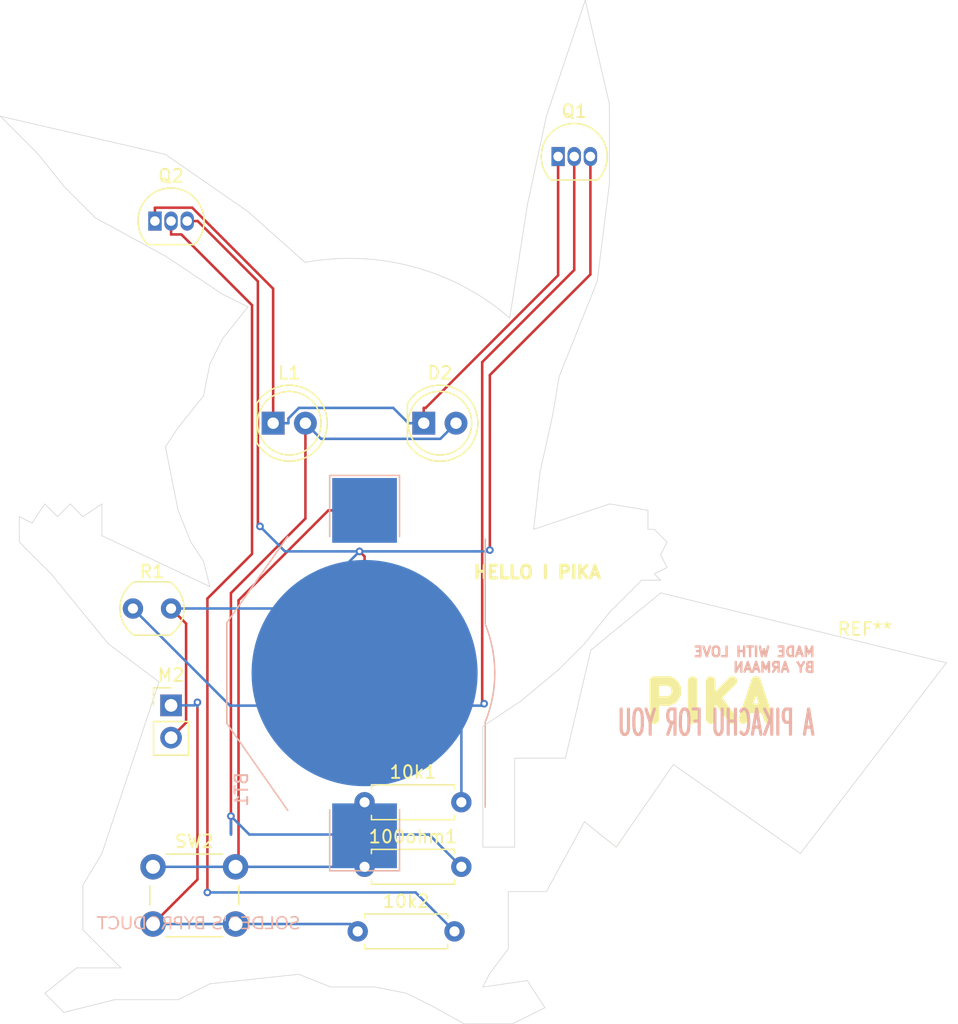
<source format=kicad_pcb>
(kicad_pcb (version 20241229) (generator "pcbnew") (generator_version "9.0")
  (layers (0 "F.Cu" signal) (2 "B.Cu" signal) (13 "F.Paste" user) (15 "B.Paste" user) (5 "F.SilkS" user "F.Silkscreen") (7 "B.SilkS" user "B.Silkscreen") (1 "F.Mask" user) (3 "B.Mask" user) (25 "Edge.Cuts" user))
  (net 0 "")
  (net 1 "Net-(BT1-+)")
  (net 2 "Net-(BT1--)")
  (net 3 "Net-(D2-K)")
  (net 4 "Net-(M2-+)")
  (net 5 "Net-(Q1-B)")
  (net 6 "Net-(Q2-B)")
  (net 7 "Net-(D2-A)")
  (footprint "Connector_PinHeader_2.54mm:PinHeader_1x02_P2.54mm_Vertical" (layer "F.Cu") (at 132.08 104.14)
    (property "Reference" "M2" (at 0 -2.38 0) (layer "F.SilkS"))
    (property "Value" "Motor")
    (fp_line (start -1.38 -1.38) (end 0 -1.38) (stroke (width 0.12)) (layer "F.SilkS"))
    (fp_line (start -1.38 0) (end -1.38 -1.38) (stroke (width 0.12)) (layer "F.SilkS"))
    (fp_line (start -1.38 1.27) (end -1.38 3.92) (stroke (width 0.12)) (layer "F.SilkS"))
    (fp_line (start -1.38 1.27) (end 1.38 1.27) (stroke (width 0.12)) (layer "F.SilkS"))
    (fp_line (start -1.38 3.92) (end 1.38 3.92) (stroke (width 0.12)) (layer "F.SilkS"))
    (fp_line (start 1.38 1.27) (end 1.38 3.92) (stroke (width 0.12)) (layer "F.SilkS"))
    (pad "1" thru_hole rect (at 0 0) (size 1.7 1.7) (drill 1) (layers "*.Cu" "*.Mask") (net 4 "Net-(M2-+)"))
    (pad "2" thru_hole circle (at 0 2.54) (size 1.7 1.7) (drill 1) (layers "*.Cu" "*.Mask") (net 2 "Net-(BT1--)"))
  )
  (footprint "MountingHole:MountingHole_4mm" (layer "F.Cu") (at 186.7154 103.0929)
    (property "Reference" "REF**" (at 0 -4.95 0) (layer "F.SilkS"))
    (property "Value" "MountingHole_4mm")
    (pad "" np_thru_hole circle (at 0 0) (size 4 4) (drill 4) (layers "*.Cu" "*.Mask"))
  )
  (footprint "LED_THT:LED_D5.0mm" (layer "F.Cu") (at 140.12 81.94)
    (property "Reference" "L1" (at 1.27 -3.96 0) (layer "F.SilkS"))
    (property "Value" "LED")
    (fp_line (start -1.29 -1.545) (end -1.29 1.545) (stroke (width 0.12)) (layer "F.SilkS"))
    (fp_arc (start -1.29 -1.54483) (mid 2.071779 -2.880495) (end 4.26 0) (stroke (width 0.12)) (layer "F.SilkS"))
    (fp_arc (start 4.26 0) (mid 2.071779 2.880495) (end -1.29 1.54483) (stroke (width 0.12)) (layer "F.SilkS"))
    (fp_circle (center 1.27 0) (end 3.77 0) (stroke (width 0.12)) (fill no) (layer "F.SilkS"))
    (pad "1" thru_hole rect (at 0 0) (size 1.8 1.8) (drill 0.9) (layers "*.Cu" "*.Mask") (net 3 "Net-(D2-K)"))
    (pad "2" thru_hole circle (at 2.54 0) (size 1.8 1.8) (drill 0.9) (layers "*.Cu" "*.Mask") (net 7 "Net-(D2-A)"))
  )
  (footprint "Resistor_THT:R_Axial_DIN0207_L6.3mm_D2.5mm_P7.62mm_Horizontal" (layer "F.Cu") (at 147.32 116.84)
    (property "Reference" "100ohm1" (at 3.81 -2.37 0) (layer "F.SilkS"))
    (property "Value" "R1")
    (fp_line (start 0.54 -1.37) (end 7.08 -1.37) (stroke (width 0.12)) (layer "F.SilkS"))
    (fp_line (start 0.54 -1.04) (end 0.54 -1.37) (stroke (width 0.12)) (layer "F.SilkS"))
    (fp_line (start 0.54 1.04) (end 0.54 1.37) (stroke (width 0.12)) (layer "F.SilkS"))
    (fp_line (start 0.54 1.37) (end 7.08 1.37) (stroke (width 0.12)) (layer "F.SilkS"))
    (fp_line (start 7.08 -1.37) (end 7.08 -1.04) (stroke (width 0.12)) (layer "F.SilkS"))
    (fp_line (start 7.08 1.37) (end 7.08 1.04) (stroke (width 0.12)) (layer "F.SilkS"))
    (pad "1" thru_hole circle (at 0 0) (size 1.6 1.6) (drill 0.8) (layers "*.Cu" "*.Mask") (net 1 "Net-(BT1-+)"))
    (pad "2" thru_hole circle (at 7.62 0) (size 1.6 1.6) (drill 0.8) (layers "*.Cu" "*.Mask") (net 7 "Net-(D2-A)"))
  )
  (footprint "Package_TO_SOT_THT:TO-92_Inline" (layer "F.Cu") (at 130.81 66.04)
    (property "Reference" "Q2" (at 1.27 -3.56 0) (layer "F.SilkS"))
    (property "Value" "BC547")
    (fp_line (start -0.53 1.85) (end 3.07 1.85) (stroke (width 0.12)) (layer "F.SilkS"))
    (fp_arc (start -0.568478 1.838478) (mid -1.132087 -0.994977) (end 1.27 -2.6) (stroke (width 0.12)) (layer "F.SilkS"))
    (fp_arc (start 1.27 -2.6) (mid 3.672087 -0.994977) (end 3.108478 1.838478) (stroke (width 0.12)) (layer "F.SilkS"))
    (pad "1" thru_hole rect (at 0 0) (size 1.05 1.5) (drill 0.75) (layers "*.Cu" "*.Mask") (net 3 "Net-(D2-K)"))
    (pad "2" thru_hole oval (at 1.27 0) (size 1.05 1.5) (drill 0.75) (layers "*.Cu" "*.Mask") (net 6 "Net-(Q2-B)"))
    (pad "3" thru_hole oval (at 2.54 0) (size 1.05 1.5) (drill 0.75) (layers "*.Cu" "*.Mask") (net 2 "Net-(BT1--)"))
  )
  (footprint "Resistor_THT:R_Axial_DIN0207_L6.3mm_D2.5mm_P7.62mm_Horizontal" (layer "F.Cu") (at 147.32 111.76)
    (property "Reference" "10k1" (at 3.81 -2.37 0) (layer "F.SilkS"))
    (property "Value" "R1")
    (fp_line (start 0.54 -1.37) (end 7.08 -1.37) (stroke (width 0.12)) (layer "F.SilkS"))
    (fp_line (start 0.54 -1.04) (end 0.54 -1.37) (stroke (width 0.12)) (layer "F.SilkS"))
    (fp_line (start 0.54 1.04) (end 0.54 1.37) (stroke (width 0.12)) (layer "F.SilkS"))
    (fp_line (start 0.54 1.37) (end 7.08 1.37) (stroke (width 0.12)) (layer "F.SilkS"))
    (fp_line (start 7.08 -1.37) (end 7.08 -1.04) (stroke (width 0.12)) (layer "F.SilkS"))
    (fp_line (start 7.08 1.37) (end 7.08 1.04) (stroke (width 0.12)) (layer "F.SilkS"))
    (pad "1" thru_hole circle (at 0 0) (size 1.6 1.6) (drill 0.8) (layers "*.Cu" "*.Mask") (net 1 "Net-(BT1-+)"))
    (pad "2" thru_hole circle (at 7.62 0) (size 1.6 1.6) (drill 0.8) (layers "*.Cu" "*.Mask") (net 5 "Net-(Q1-B)"))
  )
  (footprint "Package_TO_SOT_THT:TO-92_Inline" (layer "F.Cu") (at 162.56 60.96)
    (property "Reference" "Q1" (at 1.27 -3.56 0) (layer "F.SilkS"))
    (property "Value" "BC547")
    (fp_line (start -0.53 1.85) (end 3.07 1.85) (stroke (width 0.12)) (layer "F.SilkS"))
    (fp_arc (start -0.568478 1.838478) (mid -1.132087 -0.994977) (end 1.27 -2.6) (stroke (width 0.12)) (layer "F.SilkS"))
    (fp_arc (start 1.27 -2.6) (mid 3.672087 -0.994977) (end 3.108478 1.838478) (stroke (width 0.12)) (layer "F.SilkS"))
    (pad "1" thru_hole rect (at 0 0) (size 1.05 1.5) (drill 0.75) (layers "*.Cu" "*.Mask") (net 3 "Net-(D2-K)"))
    (pad "2" thru_hole oval (at 1.27 0) (size 1.05 1.5) (drill 0.75) (layers "*.Cu" "*.Mask") (net 5 "Net-(Q1-B)"))
    (pad "3" thru_hole oval (at 2.54 0) (size 1.05 1.5) (drill 0.75) (layers "*.Cu" "*.Mask") (net 2 "Net-(BT1--)"))
  )
  (footprint "Button_Switch_THT:SW_PUSH_6mm_H5mm" (layer "F.Cu") (at 130.66 116.84)
    (property "Reference" "SW2" (at 3.25 -2 0) (layer "F.SilkS"))
    (property "Value" "SW_Push")
    (fp_line (start -0.25 1.5) (end -0.25 3) (stroke (width 0.12)) (layer "F.SilkS"))
    (fp_line (start 1 5.5) (end 5.5 5.5) (stroke (width 0.12)) (layer "F.SilkS"))
    (fp_line (start 5.5 -1) (end 1 -1) (stroke (width 0.12)) (layer "F.SilkS"))
    (fp_line (start 6.75 3) (end 6.75 1.5) (stroke (width 0.12)) (layer "F.SilkS"))
    (pad "1" thru_hole circle (at 0 0 90) (size 2 2) (drill 1.1) (layers "*.Cu" "*.Mask") (net 1 "Net-(BT1-+)"))
    (pad "1" thru_hole circle (at 6.5 0 90) (size 2 2) (drill 1.1) (layers "*.Cu" "*.Mask") (net 1 "Net-(BT1-+)"))
    (pad "2" thru_hole circle (at 0 4.5 90) (size 2 2) (drill 1.1) (layers "*.Cu" "*.Mask") (net 4 "Net-(M2-+)"))
    (pad "2" thru_hole circle (at 6.5 4.5 90) (size 2 2) (drill 1.1) (layers "*.Cu" "*.Mask") (net 4 "Net-(M2-+)"))
  )
  (footprint "OptoDevice:R_LDR_5.0x4.1mm_P3mm_Vertical" (layer "F.Cu") (at 129.08 96.52)
    (property "Reference" "R1" (at 1.5 -2.9 0) (layer "F.SilkS"))
    (property "Value" "LDR")
    (fp_line (start 0.1 -2.1) (end 2.9 -2.1) (stroke (width 0.12)) (layer "F.SilkS"))
    (fp_line (start 0.1 2.1) (end 2.9 2.1) (stroke (width 0.12)) (layer "F.SilkS"))
    (fp_arc (start 0.1 2.1) (mid -1.023872 -0.008372) (end 0.113963 -2.109242) (stroke (width 0.12)) (layer "F.SilkS"))
    (fp_arc (start 2.9 -2.1) (mid 4.023872 0.008372) (end 2.886037 2.109242) (stroke (width 0.12)) (layer "F.SilkS"))
    (pad "1" thru_hole circle (at 0 0) (size 1.6 1.6) (drill 0.8) (layers "*.Cu" "*.Mask") (net 5 "Net-(Q1-B)"))
    (pad "2" thru_hole circle (at 3 0) (size 1.6 1.6) (drill 0.8) (layers "*.Cu" "*.Mask") (net 2 "Net-(BT1--)"))
  )
  (footprint "Resistor_THT:R_Axial_DIN0207_L6.3mm_D2.5mm_P7.62mm_Horizontal" (layer "F.Cu") (at 146.78 121.92)
    (property "Reference" "10k2" (at 3.81 -2.37 0) (layer "F.SilkS"))
    (property "Value" "R1")
    (fp_line (start 0.54 -1.37) (end 7.08 -1.37) (stroke (width 0.12)) (layer "F.SilkS"))
    (fp_line (start 0.54 -1.04) (end 0.54 -1.37) (stroke (width 0.12)) (layer "F.SilkS"))
    (fp_line (start 0.54 1.04) (end 0.54 1.37) (stroke (width 0.12)) (layer "F.SilkS"))
    (fp_line (start 0.54 1.37) (end 7.08 1.37) (stroke (width 0.12)) (layer "F.SilkS"))
    (fp_line (start 7.08 -1.37) (end 7.08 -1.04) (stroke (width 0.12)) (layer "F.SilkS"))
    (fp_line (start 7.08 1.37) (end 7.08 1.04) (stroke (width 0.12)) (layer "F.SilkS"))
    (pad "1" thru_hole circle (at 0 0) (size 1.6 1.6) (drill 0.8) (layers "*.Cu" "*.Mask") (net 4 "Net-(M2-+)"))
    (pad "2" thru_hole circle (at 7.62 0) (size 1.6 1.6) (drill 0.8) (layers "*.Cu" "*.Mask") (net 6 "Net-(Q2-B)"))
  )
  (footprint "LED_THT:LED_D5.0mm" (layer "F.Cu") (at 151.98 81.94)
    (property "Reference" "D2" (at 1.27 -3.96 0) (layer "F.SilkS"))
    (property "Value" "L2")
    (fp_line (start -1.29 -1.545) (end -1.29 1.545) (stroke (width 0.12)) (layer "F.SilkS"))
    (fp_arc (start -1.29 -1.54483) (mid 2.071779 -2.880495) (end 4.26 0) (stroke (width 0.12)) (layer "F.SilkS"))
    (fp_arc (start 4.26 0) (mid 2.071779 2.880495) (end -1.29 1.54483) (stroke (width 0.12)) (layer "F.SilkS"))
    (fp_circle (center 1.27 0) (end 3.77 0) (stroke (width 0.12)) (fill no) (layer "F.SilkS"))
    (pad "1" thru_hole rect (at 0 0) (size 1.8 1.8) (drill 0.9) (layers "*.Cu" "*.Mask") (net 3 "Net-(D2-K)"))
    (pad "2" thru_hole circle (at 2.54 0) (size 1.8 1.8) (drill 0.9) (layers "*.Cu" "*.Mask") (net 7 "Net-(D2-A)"))
  )
  (footprint "Battery:BatteryHolder_Keystone_3002_1x2032" (layer "B.Cu") (at 147.32 101.6 90)
    (property "Reference" "BT1" (at -9.15 -9.7 90) (layer "B.SilkS") (effects (justify mirror)))
    (property "Value" "Battery_Cell")
    (fp_line (start 3.95 -10.85) (end 10.75 -6.05) (stroke (width 0.12)) (layer "B.SilkS"))
    (fp_line (start -3.95 -10.85) (end 3.95 -10.85) (stroke (width 0.12)) (layer "B.SilkS"))
    (fp_line (start -10.8 -6.05) (end -3.95 -10.85) (stroke (width 0.12)) (layer "B.SilkS"))
    (fp_line (start 15.55 -2.75) (end 15.55 2.75) (stroke (width 0.12)) (layer "B.SilkS"))
    (fp_line (start 10.75 -2.75) (end 15.55 -2.75) (stroke (width 0.12)) (layer "B.SilkS"))
    (fp_line (start -15.55 -2.75) (end -10.75 -2.75) (stroke (width 0.12)) (layer "B.SilkS"))
    (fp_line (start 15.55 2.75) (end 10.75 2.75) (stroke (width 0.12)) (layer "B.SilkS"))
    (fp_line (start -10.75 2.75) (end -15.55 2.75) (stroke (width 0.12)) (layer "B.SilkS"))
    (fp_line (start -15.55 2.75) (end -15.55 -2.75) (stroke (width 0.12)) (layer "B.SilkS"))
    (fp_line (start 10.55 9.5) (end 3.85 9.5) (stroke (width 0.12)) (layer "B.SilkS"))
    (fp_line (start -10.55 9.5) (end -3.85 9.5) (stroke (width 0.12)) (layer "B.SilkS"))
    (fp_arc (start 3.85 9.5) (mid 0.00195 10.250488) (end -3.846385 9.501464) (stroke (width 0.12)) (layer "B.SilkS"))
    (pad "1" smd rect (at -12.8 0 90) (size 5.1 5.1) (layers "B.Cu" "B.Mask" "B.Paste") (net 1 "Net-(BT1-+)"))
    (pad "1" smd rect (at 12.8 0 90) (size 5.1 5.1) (layers "B.Cu" "B.Mask" "B.Paste") (net 1 "Net-(BT1-+)"))
    (pad "2" smd circle (at 0 0 90) (size 17.8 17.8) (layers "B.Cu" "B.Mask") (net 2 "Net-(BT1--)"))
  )
  (gr_line (start 120.135416 91.292917) (end 120.135416 89.292917) (stroke (width 0.05)) (layer "Edge.Cuts"))
  (gr_line (start 150.635416 126.792917) (end 148.135416 126.292917) (stroke (width 0.05)) (layer "Edge.Cuts"))
  (gr_line (start 122.635416 93.792917) (end 120.135416 91.292917) (stroke (width 0.05)) (layer "Edge.Cuts"))
  (gr_line (start 131.635416 68.792917) (end 126.135416 65.792917) (stroke (width 0.05)) (layer "Edge.Cuts"))
  (gr_line (start 171.135416 91.292917) (end 170.635416 92.292917) (stroke (width 0.05)) (layer "Edge.Cuts"))
  (gr_line (start 166.635416 88.292917) (end 169.635416 88.792917) (stroke (width 0.05)) (layer "Edge.Cuts"))
  (gr_line (start 156.635416 109.792917) (end 156.635416 115.292917) (stroke (width 0.05)) (layer "Edge.Cuts"))
  (gr_line (start 170.635416 92.292917) (end 171.135416 93.292917) (stroke (width 0.05)) (layer "Edge.Cuts"))
  (gr_line (start 122.135416 126.792917) (end 124.635416 124.792917) (stroke (width 0.05)) (layer "Edge.Cuts"))
  (gr_line (start 166.595416 63.112917) (end 166.595416 56.802917) (stroke (width 0.05)) (layer "Edge.Cuts"))
  (gr_line (start 134.635416 79.792917) (end 135.135416 77.292917) (stroke (width 0.05)) (layer "Edge.Cuts"))
  (gr_line (start 170.135416 93.792917) (end 170.635416 94.292917) (stroke (width 0.05)) (layer "Edge.Cuts"))
  (gr_line (start 158.635416 123.292917) (end 157.135416 125.292917) (stroke (width 0.05)) (layer "Edge.Cuts"))
  (gr_arc (start 142.635416 69.292917) (mid 151.188807 69.645847) (end 158.75 73.66) (stroke (width 0.05)) (layer "Edge.Cuts"))
  (gr_line (start 131.635416 60.792917) (end 138.135416 65.292917) (stroke (width 0.05)) (layer "Edge.Cuts"))
  (gr_line (start 152.635416 127.792917) (end 155.165416 129.192917) (stroke (width 0.05)) (layer "Edge.Cuts"))
  (gr_line (start 136.135416 75.292917) (end 135.135416 77.292917) (stroke (width 0.05)) (layer "Edge.Cuts"))
  (gr_line (start 159.135416 108.292917) (end 163.135416 108.292917) (stroke (width 0.05)) (layer "Edge.Cuts"))
  (gr_line (start 131.135416 102.292917) (end 127.135416 99.292917) (stroke (width 0.05)) (layer "Edge.Cuts"))
  (gr_line (start 135.135416 126.042917) (end 132.635416 127.292917) (stroke (width 0.05)) (layer "Edge.Cuts"))
  (gr_line (start 159.135416 115.292917) (end 159.135416 108.292917) (stroke (width 0.05)) (layer "Edge.Cuts"))
  (gr_line (start 132.635416 82.292917) (end 134.635416 79.792917) (stroke (width 0.05)) (layer "Edge.Cuts"))
  (gr_line (start 171.635416 108.792917) (end 167.135416 115.292917) (stroke (width 0.05)) (layer "Edge.Cuts"))
  (gr_line (start 118.635416 57.792917) (end 131.635416 60.792917) (stroke (width 0.05)) (layer "Edge.Cuts"))
  (gr_line (start 126.635416 88.292917) (end 126.635416 90.792917) (stroke (width 0.05)) (layer "Edge.Cuts"))
  (gr_line (start 161.135416 85.792917) (end 160.635416 90.292917) (stroke (width 0.05)) (layer "Edge.Cuts"))
  (gr_line (start 125.135416 121.792917) (end 125.135416 118.292917) (stroke (width 0.05)) (layer "Edge.Cuts"))
  (gr_line (start 124.635416 124.792917) (end 128.135416 124.792917) (stroke (width 0.05)) (layer "Edge.Cuts"))
  (gr_line (start 163.135416 108.292917) (end 165.135416 99.792917) (stroke (width 0.05)) (layer "Edge.Cuts"))
  (gr_line (start 165.635416 70.792917) (end 162.635416 78.292917) (stroke (width 0.05)) (layer "Edge.Cuts"))
  (gr_line (start 156.635416 105.792917) (end 156.635416 109.792917) (stroke (width 0.05)) (layer "Edge.Cuts"))
  (gr_line (start 126.635416 90.792917) (end 135.135416 94.792917) (stroke (width 0.05)) (layer "Edge.Cuts"))
  (gr_line (start 157.135416 125.292917) (end 156.635416 126.292917) (stroke (width 0.05)) (layer "Edge.Cuts"))
  (gr_line (start 123.135416 89.292917) (end 124.135416 88.292917) (stroke (width 0.05)) (layer "Edge.Cuts"))
  (gr_line (start 167.135416 115.292917) (end 164.635416 113.292917) (stroke (width 0.05)) (layer "Edge.Cuts"))
  (gr_line (start 161.635416 57.792917) (end 164.695416 48.672917) (stroke (width 0.05)) (layer "Edge.Cuts"))
  (gr_line (start 162.635416 101.292917) (end 159.635416 103.792917) (stroke (width 0.05)) (layer "Edge.Cuts"))
  (gr_line (start 166.635416 96.792917) (end 164.635416 99.292917) (stroke (width 0.05)) (layer "Edge.Cuts"))
  (gr_line (start 159.635416 103.792917) (end 156.635416 105.792917) (stroke (width 0.05)) (layer "Edge.Cuts"))
  (gr_line (start 123.635416 63.292917) (end 121.635416 60.792917) (stroke (width 0.05)) (layer "Edge.Cuts"))
  (gr_line (start 158.635416 118.792917) (end 158.635416 123.292917) (stroke (width 0.05)) (layer "Edge.Cuts"))
  (gr_line (start 121.135416 89.792917) (end 122.135416 88.292917) (stroke (width 0.05)) (layer "Edge.Cuts"))
  (gr_line (start 126.135416 65.792917) (end 123.635416 63.292917) (stroke (width 0.05)) (layer "Edge.Cuts"))
  (gr_line (start 160.135416 125.792917) (end 161.515416 127.922917) (stroke (width 0.05)) (layer "Edge.Cuts"))
  (gr_line (start 156.635416 126.292917) (end 160.135416 125.792917) (stroke (width 0.05)) (layer "Edge.Cuts"))
  (gr_line (start 169.135416 94.292917) (end 166.635416 96.792917) (stroke (width 0.05)) (layer "Edge.Cuts"))
  (gr_line (start 136.108044 71.779231) (end 131.635416 68.792917) (stroke (width 0.05)) (layer "Edge.Cuts"))
  (gr_line (start 160.135416 64.792917) (end 158.75 73.66) (stroke (width 0.05)) (layer "Edge.Cuts"))
  (gr_line (start 132.635416 88.792917) (end 133.635416 91.292917) (stroke (width 0.05)) (layer "Edge.Cuts"))
  (gr_line (start 165.135416 99.792917) (end 170.635416 95.292917) (stroke (width 0.05)) (layer "Edge.Cuts"))
  (gr_line (start 123.635416 128.292917) (end 122.135416 126.792917) (stroke (width 0.05)) (layer "Edge.Cuts"))
  (gr_line (start 170.635416 94.292917) (end 169.135416 94.292917) (stroke (width 0.05)) (layer "Edge.Cuts"))
  (gr_line (start 162.635416 78.292917) (end 162.135416 81.292917) (stroke (width 0.05)) (layer "Edge.Cuts"))
  (gr_line (start 127.135416 99.292917) (end 122.635416 93.792917) (stroke (width 0.05)) (layer "Edge.Cuts"))
  (gr_line (start 128.135416 124.792917) (end 125.135416 121.792917) (stroke (width 0.05)) (layer "Edge.Cuts"))
  (gr_line (start 171.135416 93.292917) (end 170.135416 93.792917) (stroke (width 0.05)) (layer "Edge.Cuts"))
  (gr_line (start 161.635416 118.792917) (end 158.635416 118.792917) (stroke (width 0.05)) (layer "Edge.Cuts"))
  (gr_line (start 162.135416 81.292917) (end 161.135416 85.792917) (stroke (width 0.05)) (layer "Edge.Cuts"))
  (gr_line (start 122.135416 88.292917) (end 123.135416 89.292917) (stroke (width 0.05)) (layer "Edge.Cuts"))
  (gr_line (start 161.515416 127.922917) (end 158.975416 129.192917) (stroke (width 0.05)) (layer "Edge.Cuts"))
  (gr_line (start 133.635416 91.292917) (end 134.635416 92.792917) (stroke (width 0.05)) (layer "Edge.Cuts"))
  (gr_line (start 158.975416 129.192917) (end 155.165416 129.192917) (stroke (width 0.05)) (layer "Edge.Cuts"))
  (gr_line (start 121.635416 60.792917) (end 118.635416 57.792917) (stroke (width 0.05)) (layer "Edge.Cuts"))
  (gr_line (start 148.135416 126.292917) (end 144.635416 126.292917) (stroke (width 0.05)) (layer "Edge.Cuts"))
  (gr_line (start 170.135416 90.292917) (end 171.135416 91.292917) (stroke (width 0.05)) (layer "Edge.Cuts"))
  (gr_line (start 125.135416 89.292917) (end 126.635416 88.292917) (stroke (width 0.05)) (layer "Edge.Cuts"))
  (gr_line (start 144.635416 126.292917) (end 142.135416 125.292917) (stroke (width 0.05)) (layer "Edge.Cuts"))
  (gr_line (start 156.635416 115.292917) (end 159.135416 115.292917) (stroke (width 0.05)) (layer "Edge.Cuts"))
  (gr_line (start 169.635416 88.792917) (end 169.635416 90.292917) (stroke (width 0.05)) (layer "Edge.Cuts"))
  (gr_line (start 165.635416 70.792917) (end 166.595416 63.112917) (stroke (width 0.05)) (layer "Edge.Cuts"))
  (gr_line (start 120.135416 89.292917) (end 121.135416 89.792917) (stroke (width 0.05)) (layer "Edge.Cuts"))
  (gr_line (start 130.635416 103.792917) (end 131.135416 102.292917) (stroke (width 0.05)) (layer "Edge.Cuts"))
  (gr_line (start 160.135416 64.792917) (end 161.635416 57.792917) (stroke (width 0.05)) (layer "Edge.Cuts"))
  (gr_line (start 160.635416 90.292917) (end 166.635416 88.292917) (stroke (width 0.05)) (layer "Edge.Cuts"))
  (gr_line (start 152.635416 127.792917) (end 150.635416 126.792917) (stroke (width 0.05)) (layer "Edge.Cuts"))
  (gr_line (start 126.635416 115.792917) (end 130.635416 103.792917) (stroke (width 0.05)) (layer "Edge.Cuts"))
  (gr_line (start 136.108044 71.779231) (end 138.135416 72.792917) (stroke (width 0.05)) (layer "Edge.Cuts"))
  (gr_line (start 181.635416 115.792917) (end 171.635416 108.792917) (stroke (width 0.05)) (layer "Edge.Cuts"))
  (gr_line (start 127.635416 127.292917) (end 123.635416 128.292917) (stroke (width 0.05)) (layer "Edge.Cuts"))
  (gr_line (start 132.635416 127.292917) (end 127.635416 127.292917) (stroke (width 0.05)) (layer "Edge.Cuts"))
  (gr_line (start 131.635416 83.792917) (end 132.635416 82.292917) (stroke (width 0.05)) (layer "Edge.Cuts"))
  (gr_line (start 142.135416 125.292917) (end 135.135416 126.042917) (stroke (width 0.05)) (layer "Edge.Cuts"))
  (gr_line (start 138.135416 65.292917) (end 142.635416 69.292918) (stroke (width 0.05)) (layer "Edge.Cuts"))
  (gr_line (start 169.635416 90.292917) (end 170.135416 90.292917) (stroke (width 0.05)) (layer "Edge.Cuts"))
  (gr_line (start 164.635416 113.292917) (end 161.635416 118.792917) (stroke (width 0.05)) (layer "Edge.Cuts"))
  (gr_line (start 164.695416 48.672917) (end 166.595416 56.802917) (stroke (width 0.05)) (layer "Edge.Cuts"))
  (gr_line (start 125.135416 118.292917) (end 126.635416 115.792917) (stroke (width 0.05)) (layer "Edge.Cuts"))
  (gr_line (start 136.135416 75.292917) (end 138.135416 72.792917) (stroke (width 0.05)) (layer "Edge.Cuts"))
  (gr_line (start 135.135416 94.792917) (end 134.635416 92.792917) (stroke (width 0.05)) (layer "Edge.Cuts"))
  (gr_line (start 131.635416 83.792917) (end 132.135416 86.292917) (stroke (width 0.05)) (layer "Edge.Cuts"))
  (gr_line (start 132.635416 88.792917) (end 132.135416 86.292917) (stroke (width 0.05)) (layer "Edge.Cuts"))
  (gr_line (start 124.135416 88.292917) (end 125.135416 89.292917) (stroke (width 0.05)) (layer "Edge.Cuts"))
  (gr_line (start 193.135416 100.792917) (end 181.635416 115.792917) (stroke (width 0.05)) (layer "Edge.Cuts"))
  (gr_line (start 164.635416 99.292917) (end 162.635416 101.292917) (stroke (width 0.05)) (layer "Edge.Cuts"))
  (gr_line (start 170.635416 95.292917) (end 193.135416 100.792917) (stroke (width 0.05)) (layer "Edge.Cuts"))
  (gr_text "PIKA " (at 168.935416 105.632917 0) (layer "F.SilkS") (effects (font (size 3 3) (thickness 0.75) (bold yes)) (justify left bottom)))
  (gr_text "HELLO I PIKA" (at 155.77 94.25 0) (layer "F.SilkS") (effects (font (size 1 1) (thickness 0.25) (bold yes)) (justify left bottom)))
  (gr_text "SOLDER'S BYPRODUCT" (at 142.24 121.92 0) (layer "B.SilkS") (effects (font (size 1 1) (thickness 0.1)) (justify left bottom mirror)))
  (gr_text "MADE WITH LOVE \nBY ARMAAN" (at 182.88 101.6 0) (layer "B.SilkS") (effects (font (size 0.762 0.762) (thickness 0.1905) (bold yes)) (justify left bottom mirror)))
  (gr_text "A PIKACHU FOR YOU" (at 182.88 106.68 0) (layer "B.SilkS") (effects (font (size 2 1) (thickness 0.25) (bold yes)) (justify left bottom mirror)))
  (segment (start 137.394 95.8738) (end 144.468 88.8) (width 0.2) (layer "F.Cu") (net 1))
  (segment (start 137.16 116.84) (end 137.394 116.606) (width 0.2) (layer "F.Cu") (net 1))
  (segment (start 147.32 114.4) (end 147.32 116.84) (width 0.2) (layer "F.Cu") (net 1))
  (segment (start 137.394 116.606) (end 137.394 95.8738) (width 0.2) (layer "F.Cu") (net 1))
  (segment (start 147.32 115.62) (end 147.32 114.4) (width 0.2) (layer "F.Cu") (net 1))
  (segment (start 147.32 113.69) (end 147.32 111.76) (width 0.2) (layer "F.Cu") (net 1))
  (segment (start 147.32 88.8) (end 144.468 88.8) (width 0.2) (layer "F.Cu") (net 1))
  (segment (start 147.32 114.4) (end 147.32 113.69) (width 0.2) (layer "F.Cu") (net 1))
  (segment (start 137.16 116.84) (end 130.66 116.84) (width 0.2) (layer "B.Cu") (net 1))
  (segment (start 147.32 116.84) (end 137.16 116.84) (width 0.2) (layer "B.Cu") (net 1))
  (segment (start 157.184 78.1526) (end 165.1 70.2363) (width 0.2) (layer "F.Cu") (net 2))
  (segment (start 133.264 105.496) (end 132.08 106.68) (width 0.2) (layer "F.Cu") (net 2))
  (segment (start 146.921 92.025) (end 147.32 92.424) (width 0.2) (layer "F.Cu") (net 2))
  (segment (start 165.1 70.2363) (end 165.1 60.96) (width 0.2) (layer "F.Cu") (net 2))
  (segment (start 133.264 97.7042) (end 133.264 105.496) (width 0.2) (layer "F.Cu") (net 2))
  (segment (start 139.082 90.0583) (end 138.918 89.8942) (width 0.2) (layer "F.Cu") (net 2))
  (segment (start 138.918 89.8942) (end 138.918 70.7816) (width 0.2) (layer "F.Cu") (net 2))
  (segment (start 132.08 96.52) (end 133.264 97.7042) (width 0.2) (layer "F.Cu") (net 2))
  (segment (start 133.35 66.04) (end 134.177 66.04) (width 0.2) (layer "F.Cu") (net 2))
  (segment (start 157.184 91.9217) (end 157.184 78.1526) (width 0.2) (layer "F.Cu") (net 2))
  (segment (start 147.32 92.424) (end 147.32 101.6) (width 0.2) (layer "F.Cu") (net 2))
  (segment (start 138.918 70.7816) (end 134.177 66.04) (width 0.2) (layer "F.Cu") (net 2))
  (via (at 157.184 91.9217) (size 0.6) (drill 0.3) (layers "F.Cu" "B.Cu") (net 2))
  (via (at 139.082 90.0583) (size 0.6) (drill 0.3) (layers "F.Cu" "B.Cu") (net 2))
  (via (at 146.921 92.025) (size 0.6) (drill 0.3) (layers "F.Cu" "B.Cu") (net 2))
  (segment (start 146.921 92.025) (end 157.08 92.025) (width 0.2) (layer "B.Cu") (net 2))
  (segment (start 142.626 96.906) (end 142.626 96.32) (width 0.2) (layer "B.Cu") (net 2))
  (segment (start 147.32 101.6) (end 142.626 96.906) (width 0.2) (layer "B.Cu") (net 2))
  (segment (start 142.626 96.32) (end 146.921 92.025) (width 0.2) (layer "B.Cu") (net 2))
  (segment (start 139.082 90.0583) (end 141.049 92.025) (width 0.2) (layer "B.Cu") (net 2))
  (segment (start 157.08 92.025) (end 157.184 91.9217) (width 0.2) (layer "B.Cu") (net 2))
  (segment (start 141.049 92.025) (end 146.921 92.025) (width 0.2) (layer "B.Cu") (net 2))
  (segment (start 132.08 96.52) (end 142.426 96.52) (width 0.2) (layer "B.Cu") (net 2))
  (segment (start 142.426 96.52) (end 142.626 96.32) (width 0.2) (layer "B.Cu") (net 2))
  (segment (start 130.81 66.04) (end 130.81 64.9883) (width 0.2) (layer "F.Cu") (net 3))
  (segment (start 151.98 81.94) (end 151.98 80.7383) (width 0.2) (layer "F.Cu") (net 3))
  (segment (start 140.12 71.3604) (end 133.748 64.9883) (width 0.2) (layer "F.Cu") (net 3))
  (segment (start 133.748 64.9883) (end 130.81 64.9883) (width 0.2) (layer "F.Cu") (net 3))
  (segment (start 140.12 81.94) (end 140.12 71.3604) (width 0.2) (layer "F.Cu") (net 3))
  (segment (start 162.56 60.96) (end 162.56 70.3085) (width 0.2) (layer "F.Cu") (net 3))
  (segment (start 152.13 80.7383) (end 151.98 80.7383) (width 0.2) (layer "F.Cu") (net 3))
  (segment (start 162.56 70.3085) (end 152.13 80.7383) (width 0.2) (layer "F.Cu") (net 3))
  (segment (start 149.577 80.7383) (end 142.148 80.7383) (width 0.2) (layer "B.Cu") (net 3))
  (segment (start 141.322 81.5644) (end 141.322 81.94) (width 0.2) (layer "B.Cu") (net 3))
  (segment (start 140.12 81.94) (end 141.322 81.94) (width 0.2) (layer "B.Cu") (net 3))
  (segment (start 150.778 81.94) (end 149.577 80.7383) (width 0.2) (layer "B.Cu") (net 3))
  (segment (start 142.148 80.7383) (end 141.322 81.5644) (width 0.2) (layer "B.Cu") (net 3))
  (segment (start 151.98 81.94) (end 150.778 81.94) (width 0.2) (layer "B.Cu") (net 3))
  (segment (start 134.158 117.842) (end 130.66 121.34) (width 0.2) (layer "F.Cu") (net 4))
  (segment (start 134.158 103.899) (end 134.158 104.24) (width 0.2) (layer "F.Cu") (net 4))
  (segment (start 134.158 103.899) (end 134.158 104.24) (width 0.2) (layer "F.Cu") (net 4))
  (segment (start 134.158 104.24) (end 134.158 117.842) (width 0.2) (layer "F.Cu") (net 4))
  (segment (start 134.158 104.24) (end 134.158 103.899) (width 0.2) (layer "F.Cu") (net 4))
  (via (at 134.158 103.899) (size 0.6) (drill 0.3) (layers "F.Cu" "B.Cu") (net 4))
  (segment (start 137.16 121.34) (end 146.2 121.34) (width 0.2) (layer "B.Cu") (net 4))
  (segment (start 130.66 121.34) (end 137.16 121.34) (width 0.2) (layer "B.Cu") (net 4))
  (segment (start 134.158 104.24) (end 134.158 103.899) (width 0.2) (layer "B.Cu") (net 4))
  (segment (start 134.158 103.899) (end 134.158 104.24) (width 0.2) (layer "B.Cu") (net 4))
  (segment (start 132.08 104.14) (end 133.917 104.14) (width 0.2) (layer "B.Cu") (net 4))
  (segment (start 146.2 121.34) (end 146.78 121.92) (width 0.2) (layer "B.Cu") (net 4))
  (segment (start 133.917 104.14) (end 134.158 103.899) (width 0.2) (layer "B.Cu") (net 4))
  (segment (start 156.735 104.161) (end 156.735 104.008) (width 0.2) (layer "F.Cu") (net 5))
  (segment (start 163.83 69.8872) (end 156.582 77.1352) (width 0.2) (layer "F.Cu") (net 5))
  (segment (start 156.582 77.1352) (end 156.582 103.855) (width 0.2) (layer "F.Cu") (net 5))
  (segment (start 156.582 103.855) (end 156.735 104.008) (width 0.2) (layer "F.Cu") (net 5))
  (segment (start 163.83 60.96) (end 163.83 69.8872) (width 0.2) (layer "F.Cu") (net 5))
  (segment (start 156.735 104.008) (end 156.735 104.161) (width 0.2) (layer "F.Cu") (net 5))
  (via (at 156.735 104.008) (size 0.6) (drill 0.3) (layers "F.Cu" "B.Cu") (net 5))
  (segment (start 156.735 104.008) (end 156.735 104.161) (width 0.2) (layer "B.Cu") (net 5))
  (segment (start 156.582 104.161) (end 156.735 104.008) (width 0.2) (layer "B.Cu") (net 5))
  (segment (start 136.721 104.161) (end 129.08 96.52) (width 0.2) (layer "B.Cu") (net 5))
  (segment (start 154.94 111.76) (end 154.94 104.161) (width 0.2) (layer "B.Cu") (net 5))
  (segment (start 154.94 104.161) (end 156.582 104.161) (width 0.2) (layer "B.Cu") (net 5))
  (segment (start 156.735 104.161) (end 156.735 104.008) (width 0.2) (layer "B.Cu") (net 5))
  (segment (start 154.94 104.161) (end 136.721 104.161) (width 0.2) (layer "B.Cu") (net 5))
  (segment (start 132.892 67.0917) (end 138.456 72.6558) (width 0.2) (layer "F.Cu") (net 6))
  (segment (start 134.941 95.7393) (end 134.941 118.857) (width 0.2) (layer "F.Cu") (net 6))
  (segment (start 132.08 66.04) (end 132.08 67.0917) (width 0.2) (layer "F.Cu") (net 6))
  (segment (start 138.456 72.6558) (end 138.456 92.2247) (width 0.2) (layer "F.Cu") (net 6))
  (segment (start 138.456 92.2247) (end 134.941 95.7393) (width 0.2) (layer "F.Cu") (net 6))
  (segment (start 132.08 67.0917) (end 132.892 67.0917) (width 0.2) (layer "F.Cu") (net 6))
  (via (at 134.941 118.857) (size 0.6) (drill 0.3) (layers "F.Cu" "B.Cu") (net 6))
  (segment (start 154.4 121.92) (end 151.337 118.857) (width 0.2) (layer "B.Cu") (net 6))
  (segment (start 151.337 118.857) (end 134.941 118.857) (width 0.2) (layer "B.Cu") (net 6))
  (segment (start 136.793 112.85) (end 136.793 95.3066) (width 0.2) (layer "F.Cu") (net 7))
  (segment (start 136.793 114.3) (end 136.793 112.85) (width 0.2) (layer "F.Cu") (net 7))
  (segment (start 136.793 112.85) (end 136.793 114.3) (width 0.2) (layer "F.Cu") (net 7))
  (segment (start 136.793 95.3066) (end 142.66 89.4394) (width 0.2) (layer "F.Cu") (net 7))
  (segment (start 142.66 89.4394) (end 142.66 81.94) (width 0.2) (layer "F.Cu") (net 7))
  (via (at 136.793 112.85) (size 0.6) (drill 0.3) (layers "F.Cu" "B.Cu") (net 7))
  (segment (start 138.243 114.3) (end 152.4 114.3) (width 0.2) (layer "B.Cu") (net 7))
  (segment (start 143.892 83.1721) (end 153.288 83.1721) (width 0.2) (layer "B.Cu") (net 7))
  (segment (start 136.793 112.85) (end 138.243 114.3) (width 0.2) (layer "B.Cu") (net 7))
  (segment (start 142.66 81.94) (end 143.892 83.1721) (width 0.2) (layer "B.Cu") (net 7))
  (segment (start 153.288 83.1721) (end 154.52 81.94) (width 0.2) (layer "B.Cu") (net 7))
  (segment (start 136.793 112.85) (end 136.793 114.3) (width 0.2) (layer "B.Cu") (net 7))
  (segment (start 136.793 114.3) (end 136.793 112.85) (width 0.2) (layer "B.Cu") (net 7))
  (segment (start 152.4 114.3) (end 154.94 116.84) (width 0.2) (layer "B.Cu") (net 7))
)
</source>
